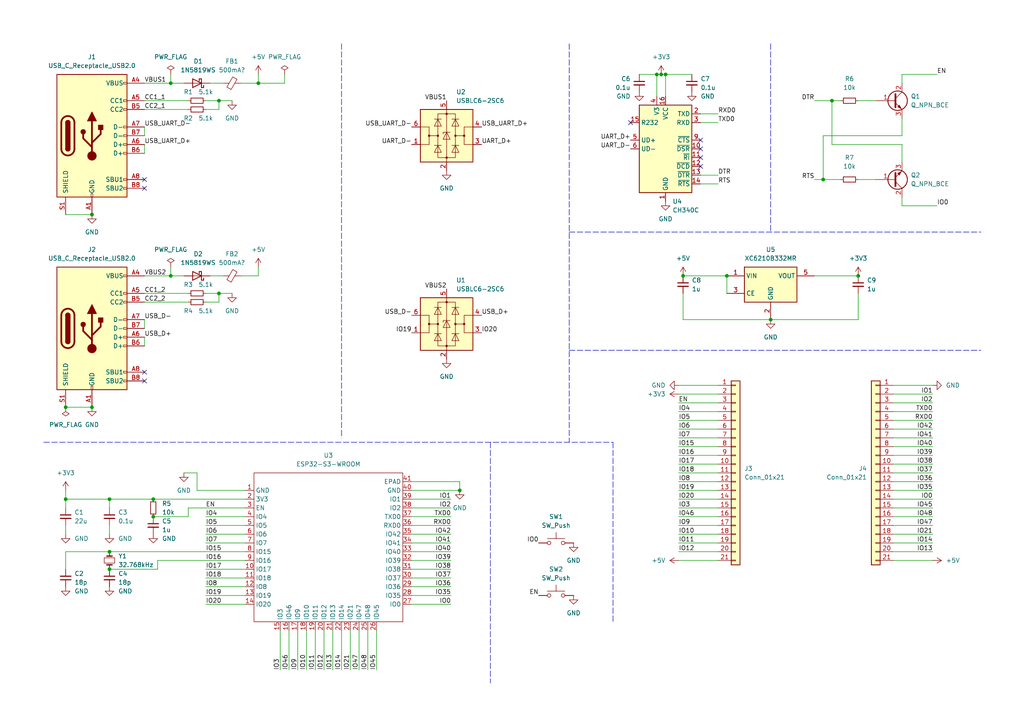
<source format=kicad_sch>
(kicad_sch (version 20231120) (generator "eeschema") (generator_version "8.0")
  (paper "A4")
  (lib_symbols
    (symbol "Connector:USB_C_Receptacle_USB2.0" (pin_names (offset 1.016))
      (property "Reference" "J" (at -10.16 19.05 0))
      (property "Value" "USB_C_Receptacle_USB2.0" (at 19.05 19.05 0))
      (symbol "USB_C_Receptacle_USB2.0_0_0"
        (rectangle (start -0.254 -17.78) (end 0.254 -16.764))
        (rectangle (start 10.16 -14.986) (end 9.144 -15.494))
        (rectangle (start 10.16 -12.446) (end 9.144 -12.954))
        (rectangle (start 10.16 -4.826) (end 9.144 -5.334))
        (rectangle (start 10.16 -2.286) (end 9.144 -2.794))
        (rectangle (start 10.16 0.254) (end 9.144 -0.254))
        (rectangle (start 10.16 2.794) (end 9.144 2.286))
        (rectangle (start 10.16 7.874) (end 9.144 7.366))
        (rectangle (start 10.16 10.414) (end 9.144 9.906))
        (rectangle (start 10.16 15.494) (end 9.144 14.986))
      )
      (symbol "USB_C_Receptacle_USB2.0_0_1"
        (rectangle (start -10.16 17.78) (end 10.16 -17.78) (stroke (width 0.254)) (fill (type background)))
        (arc (start -8.89 -3.81) (mid -6.985 -5.7066) (end -5.08 -3.81) (stroke (width 0.508)))
        (arc (start -7.62 -3.81) (mid -6.985 -4.4422) (end -6.35 -3.81) (stroke (width 0.254)))
        (arc (start -7.62 -3.81) (mid -6.985 -4.4422) (end -6.35 -3.81) (stroke (width 0.254)) (fill (type outline)))
        (rectangle (start -7.62 -3.81) (end -6.35 3.81) (stroke (width 0.254)) (fill (type outline)))
        (arc (start -6.35 3.81) (mid -6.985 4.4422) (end -7.62 3.81) (stroke (width 0.254)))
        (arc (start -6.35 3.81) (mid -6.985 4.4422) (end -7.62 3.81) (stroke (width 0.254)) (fill (type outline)))
        (arc (start -5.08 3.81) (mid -6.985 5.7066) (end -8.89 3.81) (stroke (width 0.508)))
        (circle (center -2.54 1.143) (radius 0.635) (stroke (width 0.254)) (fill (type outline)))
        (circle (center 0 -5.842) (radius 1.27) (fill (type outline)))
        (polyline (pts (xy -8.89 -3.81) (xy -8.89 3.81)) (stroke (width 0.508)))
        (polyline (pts (xy -5.08 3.81) (xy -5.08 -3.81)) (stroke (width 0.508)))
        (polyline (pts (xy 0 -5.842) (xy 0 4.318)) (stroke (width 0.508)))
        (polyline (pts (xy 0 -3.302) (xy -2.54 -0.762) (xy -2.54 0.508)) (stroke (width 0.508)))
        (polyline (pts (xy 0 -2.032) (xy 2.54 0.508) (xy 2.54 1.778)) (stroke (width 0.508)))
        (polyline (pts (xy -1.27 4.318) (xy 0 6.858) (xy 1.27 4.318) (xy -1.27 4.318)) (stroke (width 0.254)) (fill (type outline)))
        (rectangle (start 1.905 1.778) (end 3.175 3.048) (stroke (width 0.254)) (fill (type outline)))
      )
      (symbol "USB_C_Receptacle_USB2.0_1_1"
        (pin passive line (at 0 -22.86 90) (length 5.08) (name "GND") (number "A1"))
        (pin passive line (at 0 -22.86 90) (length 5.08) hide (name "GND") (number "A12"))
        (pin passive line (at 15.24 15.24 180) (length 5.08) (name "VBUS") (number "A4"))
        (pin bidirectional line (at 15.24 10.16 180) (length 5.08) (name "CC1") (number "A5"))
        (pin bidirectional line (at 15.24 -2.54 180) (length 5.08) (name "D+") (number "A6"))
        (pin bidirectional line (at 15.24 2.54 180) (length 5.08) (name "D-") (number "A7"))
        (pin bidirectional line (at 15.24 -12.7 180) (length 5.08) (name "SBU1") (number "A8"))
        (pin passive line (at 15.24 15.24 180) (length 5.08) hide (name "VBUS") (number "A9"))
        (pin passive line (at 0 -22.86 90) (length 5.08) hide (name "GND") (number "B1"))
        (pin passive line (at 0 -22.86 90) (length 5.08) hide (name "GND") (number "B12"))
        (pin passive line (at 15.24 15.24 180) (length 5.08) hide (name "VBUS") (number "B4"))
        (pin bidirectional line (at 15.24 7.62 180) (length 5.08) (name "CC2") (number "B5"))
        (pin bidirectional line (at 15.24 -5.08 180) (length 5.08) (name "D+") (number "B6"))
        (pin bidirectional line (at 15.24 0 180) (length 5.08) (name "D-") (number "B7"))
        (pin bidirectional line (at 15.24 -15.24 180) (length 5.08) (name "SBU2") (number "B8"))
        (pin passive line (at 15.24 15.24 180) (length 5.08) hide (name "VBUS") (number "B9"))
        (pin passive line (at -7.62 -22.86 90) (length 5.08) (name "SHIELD") (number "S1"))
      )
    )
    (symbol "Connector_Generic:Conn_01x21" (pin_names (offset 1.016) hide)
      (property "Reference" "J" (at 0 27.94 0))
      (property "Value" "Conn_01x21" (at 0 -27.94 0))
      (symbol "Conn_01x21_1_1"
        (rectangle (start -1.27 -25.273) (end 0 -25.527) (stroke (width 0.1524)))
        (rectangle (start -1.27 -22.733) (end 0 -22.987) (stroke (width 0.1524)))
        (rectangle (start -1.27 -20.193) (end 0 -20.447) (stroke (width 0.1524)))
        (rectangle (start -1.27 -17.653) (end 0 -17.907) (stroke (width 0.1524)))
        (rectangle (start -1.27 -15.113) (end 0 -15.367) (stroke (width 0.1524)))
        (rectangle (start -1.27 -12.573) (end 0 -12.827) (stroke (width 0.1524)))
        (rectangle (start -1.27 -10.033) (end 0 -10.287) (stroke (width 0.1524)))
        (rectangle (start -1.27 -7.493) (end 0 -7.747) (stroke (width 0.1524)))
        (rectangle (start -1.27 -4.953) (end 0 -5.207) (stroke (width 0.1524)))
        (rectangle (start -1.27 -2.413) (end 0 -2.667) (stroke (width 0.1524)))
        (rectangle (start -1.27 0.127) (end 0 -0.127) (stroke (width 0.1524)))
        (rectangle (start -1.27 2.667) (end 0 2.413) (stroke (width 0.1524)))
        (rectangle (start -1.27 5.207) (end 0 4.953) (stroke (width 0.1524)))
        (rectangle (start -1.27 7.747) (end 0 7.493) (stroke (width 0.1524)))
        (rectangle (start -1.27 10.287) (end 0 10.033) (stroke (width 0.1524)))
        (rectangle (start -1.27 12.827) (end 0 12.573) (stroke (width 0.1524)))
        (rectangle (start -1.27 15.367) (end 0 15.113) (stroke (width 0.1524)))
        (rectangle (start -1.27 17.907) (end 0 17.653) (stroke (width 0.1524)))
        (rectangle (start -1.27 20.447) (end 0 20.193) (stroke (width 0.1524)))
        (rectangle (start -1.27 22.987) (end 0 22.733) (stroke (width 0.1524)))
        (rectangle (start -1.27 25.527) (end 0 25.273) (stroke (width 0.1524)))
        (rectangle (start -1.27 26.67) (end 1.27 -26.67) (stroke (width 0.254)) (fill (type background)))
        (pin passive line (at -5.08 25.4 0) (length 3.81) (name "Pin_1") (number "1"))
        (pin passive line (at -5.08 2.54 0) (length 3.81) (name "Pin_10") (number "10"))
        (pin passive line (at -5.08 0 0) (length 3.81) (name "Pin_11") (number "11"))
        (pin passive line (at -5.08 -2.54 0) (length 3.81) (name "Pin_12") (number "12"))
        (pin passive line (at -5.08 -5.08 0) (length 3.81) (name "Pin_13") (number "13"))
        (pin passive line (at -5.08 -7.62 0) (length 3.81) (name "Pin_14") (number "14"))
        (pin passive line (at -5.08 -10.16 0) (length 3.81) (name "Pin_15") (number "15"))
        (pin passive line (at -5.08 -12.7 0) (length 3.81) (name "Pin_16") (number "16"))
        (pin passive line (at -5.08 -15.24 0) (length 3.81) (name "Pin_17") (number "17"))
        (pin passive line (at -5.08 -17.78 0) (length 3.81) (name "Pin_18") (number "18"))
        (pin passive line (at -5.08 -20.32 0) (length 3.81) (name "Pin_19") (number "19"))
        (pin passive line (at -5.08 22.86 0) (length 3.81) (name "Pin_2") (number "2"))
        (pin passive line (at -5.08 -22.86 0) (length 3.81) (name "Pin_20") (number "20"))
        (pin passive line (at -5.08 -25.4 0) (length 3.81) (name "Pin_21") (number "21"))
        (pin passive line (at -5.08 20.32 0) (length 3.81) (name "Pin_3") (number "3"))
        (pin passive line (at -5.08 17.78 0) (length 3.81) (name "Pin_4") (number "4"))
        (pin passive line (at -5.08 15.24 0) (length 3.81) (name "Pin_5") (number "5"))
        (pin passive line (at -5.08 12.7 0) (length 3.81) (name "Pin_6") (number "6"))
        (pin passive line (at -5.08 10.16 0) (length 3.81) (name "Pin_7") (number "7"))
        (pin passive line (at -5.08 7.62 0) (length 3.81) (name "Pin_8") (number "8"))
        (pin passive line (at -5.08 5.08 0) (length 3.81) (name "Pin_9") (number "9"))
      )
    )
    (symbol "Device:C_Small" (pin_numbers hide) (pin_names (offset 0.254) hide)
      (property "Reference" "C" (at 0.254 1.778 0))
      (property "Value" "C_Small" (at 0.254 -2.032 0))
      (symbol "C_Small_0_1"
        (polyline (pts (xy -1.524 -0.508) (xy 1.524 -0.508)) (stroke (width 0.3302)))
        (polyline (pts (xy -1.524 0.508) (xy 1.524 0.508)) (stroke (width 0.3048)))
      )
      (symbol "C_Small_1_1"
        (pin passive line (at 0 2.54 270) (length 2.032) (name "~") (number "1"))
        (pin passive line (at 0 -2.54 90) (length 2.032) (name "~") (number "2"))
      )
    )
    (symbol "Device:Crystal_Small" (pin_numbers hide) (pin_names (offset 1.016) hide)
      (property "Reference" "Y" (at 0 2.54 0))
      (property "Value" "Crystal_Small" (at 0 -2.54 0))
      (symbol "Crystal_Small_0_1"
        (rectangle (start -0.762 -1.524) (end 0.762 1.524))
        (polyline (pts (xy -1.27 -0.762) (xy -1.27 0.762)) (stroke (width 0.381)))
        (polyline (pts (xy 1.27 -0.762) (xy 1.27 0.762)) (stroke (width 0.381)))
      )
      (symbol "Crystal_Small_1_1"
        (pin passive line (at -2.54 0 0) (length 1.27) (name "1") (number "1"))
        (pin passive line (at 2.54 0 180) (length 1.27) (name "2") (number "2"))
      )
    )
    (symbol "Device:FerriteBead_Small" (pin_numbers hide) (pin_names (offset 0))
      (property "Reference" "FB" (at 1.905 1.27 0))
      (property "Value" "FerriteBead_Small" (at 1.905 -1.27 0))
      (symbol "FerriteBead_Small_0_1"
        (polyline (pts (xy 0 -1.27) (xy 0 -0.7874)))
        (polyline (pts (xy 0 0.889) (xy 0 1.2954)))
        (polyline (pts (xy -1.8288 0.2794) (xy -1.1176 1.4986) (xy 1.8288 -0.2032) (xy 1.1176 -1.4224) (xy -1.8288 0.2794)))
      )
      (symbol "FerriteBead_Small_1_1"
        (pin passive line (at 0 2.54 270) (length 1.27) (name "~") (number "1"))
        (pin passive line (at 0 -2.54 90) (length 1.27) (name "~") (number "2"))
      )
    )
    (symbol "Device:Q_NPN_BCE" (pin_names (offset 0) hide)
      (property "Reference" "Q" (at 5.08 1.27 0))
      (property "Value" "Q_NPN_BCE" (at 5.08 -1.27 0))
      (symbol "Q_NPN_BCE_0_1"
        (polyline (pts (xy 0.635 0.635) (xy 2.54 2.54)))
        (polyline (pts (xy 0.635 -0.635) (xy 2.54 -2.54) (xy 2.54 -2.54)))
        (polyline (pts (xy 0.635 1.905) (xy 0.635 -1.905) (xy 0.635 -1.905)) (stroke (width 0.508)))
        (polyline (pts (xy 1.27 -1.778) (xy 1.778 -1.27) (xy 2.286 -2.286) (xy 1.27 -1.778) (xy 1.27 -1.778)) (fill (type outline)))
        (circle (center 1.27 0) (radius 2.8194) (stroke (width 0.254)))
      )
      (symbol "Q_NPN_BCE_1_1"
        (pin input line (at -5.08 0 0) (length 5.715) (name "B") (number "1"))
        (pin passive line (at 2.54 5.08 270) (length 2.54) (name "C") (number "2"))
        (pin passive line (at 2.54 -5.08 90) (length 2.54) (name "E") (number "3"))
      )
    )
    (symbol "Device:R_Small" (pin_numbers hide) (pin_names (offset 0.254) hide)
      (property "Reference" "R" (at 0.762 0.508 0))
      (property "Value" "R_Small" (at 0.762 -1.016 0))
      (symbol "R_Small_0_1"
        (rectangle (start -0.762 1.778) (end 0.762 -1.778) (stroke (width 0.2032)))
      )
      (symbol "R_Small_1_1"
        (pin passive line (at 0 2.54 270) (length 0.762) (name "~") (number "1"))
        (pin passive line (at 0 -2.54 90) (length 0.762) (name "~") (number "2"))
      )
    )
    (symbol "Diode:1N5819WS" (pin_numbers hide) (pin_names (offset 1.016) hide)
      (property "Reference" "D" (at 0 2.54 0))
      (property "Value" "1N5819WS" (at 0 -2.54 0))
      (symbol "1N5819WS_0_1"
        (polyline (pts (xy 1.27 0) (xy -1.27 0)))
        (polyline (pts (xy 1.27 1.27) (xy 1.27 -1.27) (xy -1.27 0) (xy 1.27 1.27)) (stroke (width 0.254)))
        (polyline (pts (xy -1.905 0.635) (xy -1.905 1.27) (xy -1.27 1.27) (xy -1.27 -1.27) (xy -0.635 -1.27) (xy -0.635 -0.635)) (stroke (width 0.254)))
      )
      (symbol "1N5819WS_1_1"
        (pin passive line (at -3.81 0 0) (length 2.54) (name "K") (number "1"))
        (pin passive line (at 3.81 0 180) (length 2.54) (name "A") (number "2"))
      )
    )
    (symbol "ESP32-S3-Breakout:ESP32-S3-WROOM"
      (property "Reference" "U" (at 0 1.27 0))
      (property "Value" "ESP32-S3-WROOM" (at 0 -1.27 0))
      (symbol "ESP32-S3-WROOM_0_0"
        (pin power_in line (at -24.13 16.51 0) (length 2.54) (name "GND") (number "1"))
        (pin bidirectional line (at -24.13 -6.35 0) (length 2.54) (name "IO17") (number "10"))
        (pin bidirectional line (at -24.13 -8.89 0) (length 2.54) (name "IO18") (number "11"))
        (pin bidirectional line (at -24.13 -11.43 0) (length 2.54) (name "IO8") (number "12"))
        (pin bidirectional line (at -24.13 -13.97 0) (length 2.54) (name "IO19") (number "13"))
        (pin bidirectional line (at -24.13 -16.51 0) (length 2.54) (name "IO20") (number "14"))
        (pin bidirectional line (at -13.97 -24.13 90) (length 2.54) (name "IO3") (number "15"))
        (pin bidirectional line (at -11.43 -24.13 90) (length 2.54) (name "IO46") (number "16"))
        (pin bidirectional line (at -8.89 -24.13 90) (length 2.54) (name "IO9") (number "17"))
        (pin bidirectional line (at -6.35 -24.13 90) (length 2.54) (name "IO10") (number "18"))
        (pin bidirectional line (at -3.81 -24.13 90) (length 2.54) (name "IO11") (number "19"))
        (pin power_in line (at -24.13 13.97 0) (length 2.54) (name "3V3") (number "2"))
        (pin bidirectional line (at -1.27 -24.13 90) (length 2.54) (name "IO12") (number "20"))
        (pin bidirectional line (at 1.27 -24.13 90) (length 2.54) (name "IO13") (number "21"))
        (pin bidirectional line (at 3.81 -24.13 90) (length 2.54) (name "IO14") (number "22"))
        (pin bidirectional line (at 6.35 -24.13 90) (length 2.54) (name "IO21") (number "23"))
        (pin bidirectional line (at 8.89 -24.13 90) (length 2.54) (name "IO47") (number "24"))
        (pin bidirectional line (at 11.43 -24.13 90) (length 2.54) (name "IO48") (number "25"))
        (pin bidirectional line (at 13.97 -24.13 90) (length 2.54) (name "IO45") (number "26"))
        (pin bidirectional line (at 24.13 -16.51 180) (length 2.54) (name "IO0") (number "27"))
        (pin bidirectional line (at 24.13 -13.97 180) (length 2.54) (name "IO35") (number "28"))
        (pin bidirectional line (at 24.13 -11.43 180) (length 2.54) (name "IO36") (number "29"))
        (pin input line (at -24.13 11.43 0) (length 2.54) (name "EN") (number "3"))
        (pin bidirectional line (at 24.13 -8.89 180) (length 2.54) (name "IO37") (number "30"))
        (pin bidirectional line (at 24.13 -6.35 180) (length 2.54) (name "IO38") (number "31"))
        (pin bidirectional line (at 24.13 -3.81 180) (length 2.54) (name "IO39") (number "32"))
        (pin bidirectional line (at 24.13 -1.27 180) (length 2.54) (name "IO40") (number "33"))
        (pin bidirectional line (at 24.13 1.27 180) (length 2.54) (name "IO41") (number "34"))
        (pin bidirectional line (at 24.13 3.81 180) (length 2.54) (name "IO42") (number "35"))
        (pin bidirectional line (at 24.13 6.35 180) (length 2.54) (name "RXD0") (number "36"))
        (pin bidirectional line (at 24.13 8.89 180) (length 2.54) (name "TXD0") (number "37"))
        (pin bidirectional line (at 24.13 11.43 180) (length 2.54) (name "IO2") (number "38"))
        (pin bidirectional line (at 24.13 13.97 180) (length 2.54) (name "IO1") (number "39"))
        (pin bidirectional line (at -24.13 8.89 0) (length 2.54) (name "IO4") (number "4"))
        (pin power_in line (at 24.13 16.51 180) (length 2.54) (name "GND") (number "40"))
        (pin power_in line (at 24.13 19.05 180) (length 2.54) (name "EPAD") (number "41"))
        (pin bidirectional line (at -24.13 6.35 0) (length 2.54) (name "IO5") (number "5"))
        (pin bidirectional line (at -24.13 3.81 0) (length 2.54) (name "IO6") (number "6"))
        (pin bidirectional line (at -24.13 1.27 0) (length 2.54) (name "IO7") (number "7"))
        (pin bidirectional line (at -24.13 -1.27 0) (length 2.54) (name "IO15") (number "8"))
        (pin bidirectional line (at -24.13 -3.81 0) (length 2.54) (name "IO16") (number "9"))
      )
      (symbol "ESP32-S3-WROOM_0_1"
        (rectangle (start -21.59 21.59) (end 21.59 -21.59))
      )
    )
    (symbol "Interface_USB:CH340C"
      (property "Reference" "U" (at -5.08 13.97 0))
      (property "Value" "CH340C" (at 1.27 13.97 0))
      (symbol "CH340C_0_1"
        (rectangle (start -7.62 12.7) (end 7.62 -12.7) (stroke (width 0.254)) (fill (type background)))
      )
      (symbol "CH340C_1_1"
        (pin power_in line (at 0 -15.24 90) (length 2.54) (name "GND") (number "1"))
        (pin input line (at 10.16 0 180) (length 2.54) (name "~{DSR}") (number "10"))
        (pin input line (at 10.16 -2.54 180) (length 2.54) (name "~{RI}") (number "11"))
        (pin input line (at 10.16 -5.08 180) (length 2.54) (name "~{DCD}") (number "12"))
        (pin output line (at 10.16 -7.62 180) (length 2.54) (name "~{DTR}") (number "13"))
        (pin output line (at 10.16 -10.16 180) (length 2.54) (name "~{RTS}") (number "14"))
        (pin input line (at -10.16 7.62 0) (length 2.54) (name "R232") (number "15"))
        (pin power_in line (at 0 15.24 270) (length 2.54) (name "VCC") (number "16"))
        (pin output line (at 10.16 10.16 180) (length 2.54) (name "TXD") (number "2"))
        (pin input line (at 10.16 7.62 180) (length 2.54) (name "RXD") (number "3"))
        (pin passive line (at -2.54 15.24 270) (length 2.54) (name "V3") (number "4"))
        (pin bidirectional line (at -10.16 2.54 0) (length 2.54) (name "UD+") (number "5"))
        (pin bidirectional line (at -10.16 0 0) (length 2.54) (name "UD-") (number "6"))
        (pin no_connect line (at -7.62 -7.62 0) (length 2.54) hide (name "NC") (number "7"))
        (pin no_connect line (at -7.62 -10.16 0) (length 2.54) hide (name "NC") (number "8"))
        (pin input line (at 10.16 2.54 180) (length 2.54) (name "~{CTS}") (number "9"))
      )
    )
    (symbol "Power_Protection:USBLC6-2SC6" (pin_names hide)
      (property "Reference" "U" (at 2.54 8.89 0))
      (property "Value" "USBLC6-2SC6" (at 2.54 -8.89 0))
      (symbol "USBLC6-2SC6_0_1"
        (rectangle (start -7.62 -7.62) (end 7.62 7.62) (stroke (width 0.254)) (fill (type background)))
        (circle (center -5.08 0) (radius 0.254) (fill (type outline)))
        (circle (center -2.54 0) (radius 0.254) (fill (type outline)))
        (rectangle (start -2.54 6.35) (end 2.54 -6.35))
        (circle (center 0 -6.35) (radius 0.254) (fill (type outline)))
        (polyline (pts (xy -5.08 -2.54) (xy -7.62 -2.54)))
        (polyline (pts (xy -5.08 0) (xy -5.08 -2.54)))
        (polyline (pts (xy -5.08 2.54) (xy -7.62 2.54)))
        (polyline (pts (xy -1.524 -2.794) (xy -3.556 -2.794)))
        (polyline (pts (xy -1.524 4.826) (xy -3.556 4.826)))
        (polyline (pts (xy 0 -7.62) (xy 0 -6.35)))
        (polyline (pts (xy 0 -6.35) (xy 0 1.27)))
        (polyline (pts (xy 0 1.27) (xy 0 6.35)))
        (polyline (pts (xy 0 6.35) (xy 0 7.62)))
        (polyline (pts (xy 1.524 -2.794) (xy 3.556 -2.794)))
        (polyline (pts (xy 1.524 4.826) (xy 3.556 4.826)))
        (polyline (pts (xy 5.08 -2.54) (xy 7.62 -2.54)))
        (polyline (pts (xy 5.08 0) (xy 5.08 -2.54)))
        (polyline (pts (xy 5.08 2.54) (xy 7.62 2.54)))
        (polyline (pts (xy -2.54 0) (xy -5.08 0) (xy -5.08 2.54)))
        (polyline (pts (xy 2.54 0) (xy 5.08 0) (xy 5.08 2.54)))
        (polyline (pts (xy -3.556 -4.826) (xy -1.524 -4.826) (xy -2.54 -2.794) (xy -3.556 -4.826)))
        (polyline (pts (xy -3.556 2.794) (xy -1.524 2.794) (xy -2.54 4.826) (xy -3.556 2.794)))
        (polyline (pts (xy -1.016 -1.016) (xy 1.016 -1.016) (xy 0 1.016) (xy -1.016 -1.016)))
        (polyline (pts (xy 1.016 1.016) (xy 0.762 1.016) (xy -1.016 1.016) (xy -1.016 0.508)))
        (polyline (pts (xy 3.556 -4.826) (xy 1.524 -4.826) (xy 2.54 -2.794) (xy 3.556 -4.826)))
        (polyline (pts (xy 3.556 2.794) (xy 1.524 2.794) (xy 2.54 4.826) (xy 3.556 2.794)))
        (circle (center 0 6.35) (radius 0.254) (fill (type outline)))
        (circle (center 2.54 0) (radius 0.254) (fill (type outline)))
        (circle (center 5.08 0) (radius 0.254) (fill (type outline)))
      )
      (symbol "USBLC6-2SC6_1_1"
        (pin passive line (at -10.16 -2.54 0) (length 2.54) (name "I/O1") (number "1"))
        (pin passive line (at 0 -10.16 90) (length 2.54) (name "GND") (number "2"))
        (pin passive line (at 10.16 -2.54 180) (length 2.54) (name "I/O2") (number "3"))
        (pin passive line (at 10.16 2.54 180) (length 2.54) (name "I/O2") (number "4"))
        (pin passive line (at 0 10.16 270) (length 2.54) (name "VBUS") (number "5"))
        (pin passive line (at -10.16 2.54 0) (length 2.54) (name "I/O1") (number "6"))
      )
    )
    (symbol "Regulator_Linear:XC6210B332MR"
      (property "Reference" "U" (at 0 8.89 0))
      (property "Value" "XC6210B332MR" (at 0 6.35 0))
      (symbol "XC6210B332MR_0_1"
        (rectangle (start -7.62 5.08) (end 7.62 -5.08) (stroke (width 0.254)) (fill (type background)))
      )
      (symbol "XC6210B332MR_1_1"
        (pin power_in line (at -12.7 2.54 0) (length 5.08) (name "VIN") (number "1"))
        (pin power_in line (at 0 -10.16 90) (length 5.08) (name "GND") (number "2"))
        (pin input line (at -12.7 -2.54 0) (length 5.08) (name "CE") (number "3"))
        (pin no_connect line (at 12.7 -2.54 180) (length 5.08) hide (name "NC") (number "4"))
        (pin power_out line (at 12.7 2.54 180) (length 5.08) (name "VOUT") (number "5"))
      )
    )
    (symbol "Switch:SW_Push" (pin_numbers hide) (pin_names (offset 1.016) hide)
      (property "Reference" "SW" (at 1.27 2.54 0))
      (property "Value" "SW_Push" (at 0 -1.524 0))
      (symbol "SW_Push_0_1"
        (circle (center -2.032 0) (radius 0.508))
        (polyline (pts (xy 0 1.27) (xy 0 3.048)))
        (polyline (pts (xy 2.54 1.27) (xy -2.54 1.27)))
        (circle (center 2.032 0) (radius 0.508))
        (pin passive line (at -5.08 0 0) (length 2.54) (name "1") (number "1"))
        (pin passive line (at 5.08 0 180) (length 2.54) (name "2") (number "2"))
      )
    )
    (symbol "power:+3V3" (power) (pin_names (offset 0))
      (property "Value" "+3V3" (at 0 3.556 0))
      (symbol "+3V3_0_1"
        (polyline (pts (xy -0.762 1.27) (xy 0 2.54)))
        (polyline (pts (xy 0 0) (xy 0 2.54)))
        (polyline (pts (xy 0 2.54) (xy 0.762 1.27)))
      )
      (symbol "+3V3_1_1"
        (pin power_in line (at 0 0 90) (length 0) hide (name "+3V3") (number "1"))
      )
    )
    (symbol "power:+5V" (power) (pin_names (offset 0))
      (property "Value" "+5V" (at 0 3.556 0))
      (symbol "+5V_0_1"
        (polyline (pts (xy -0.762 1.27) (xy 0 2.54)))
        (polyline (pts (xy 0 0) (xy 0 2.54)))
        (polyline (pts (xy 0 2.54) (xy 0.762 1.27)))
      )
      (symbol "+5V_1_1"
        (pin power_in line (at 0 0 90) (length 0) hide (name "+5V") (number "1"))
      )
    )
    (symbol "power:GND" (power) (pin_names (offset 0))
      (property "Value" "GND" (at 0 -3.81 0))
      (symbol "GND_0_1"
        (polyline (pts (xy 0 0) (xy 0 -1.27) (xy 1.27 -1.27) (xy 0 -2.54) (xy -1.27 -1.27) (xy 0 -1.27)))
      )
      (symbol "GND_1_1"
        (pin power_in line (at 0 0 270) (length 0) hide (name "GND") (number "1"))
      )
    )
    (symbol "power:PWR_FLAG" (power) (pin_numbers hide) (pin_names (offset 0) hide)
      (property "Value" "PWR_FLAG" (at 0 3.81 0))
      (symbol "PWR_FLAG_0_0"
        (pin power_out line (at 0 0 90) (length 0) (name "pwr") (number "1"))
      )
      (symbol "PWR_FLAG_0_1"
        (polyline (pts (xy 0 0) (xy 0 1.27) (xy -1.016 1.905) (xy 0 2.54) (xy 1.016 1.905) (xy 0 1.27)))
      )
    )
  )
  (junction (at 210.82 80.01))
  (junction (at 198.12 80.01))
  (junction (at 74.93 24.13))
  (junction (at 26.67 118.11))
  (junction (at 31.75 144.78))
  (junction (at 190.5 21.59))
  (junction (at 19.05 118.11))
  (junction (at 63.5 85.09))
  (junction (at 44.45 149.86))
  (junction (at 238.76 52.07))
  (junction (at 191.77 21.59))
  (junction (at 49.53 24.13))
  (junction (at 19.05 144.78))
  (junction (at 248.92 80.01))
  (junction (at 31.75 165.1))
  (junction (at 26.67 62.23))
  (junction (at 44.45 144.78))
  (junction (at 31.75 160.02))
  (junction (at 63.5 29.21))
  (junction (at 241.3 29.21))
  (junction (at 223.52 92.71))
  (junction (at 49.53 80.01))
  (junction (at 193.04 21.59))
  (junction (at 133.35 142.24))
  (no_connect (at 203.2 48.26))
  (no_connect (at 182.88 35.56))
  (no_connect (at 41.91 107.95))
  (no_connect (at 41.91 52.07))
  (no_connect (at 203.2 40.64))
  (no_connect (at 41.91 54.61))
  (no_connect (at 203.2 43.18))
  (no_connect (at 41.91 110.49))
  (no_connect (at 203.2 45.72))
  (wire (pts (xy 196.85 119.38) (xy 208.28 119.38)))
  (wire (pts (xy 130.81 152.4) (xy 119.38 152.4)))
  (polyline (pts (xy 165.1 67.31) (xy 284.48 67.31)) (stroke (width 0) (type dash)))
  (wire (pts (xy 93.98 194.31) (xy 93.98 182.88)))
  (wire (pts (xy 190.5 27.94) (xy 190.5 21.59)))
  (wire (pts (xy 270.51 160.02) (xy 259.08 160.02)))
  (wire (pts (xy 270.51 116.84) (xy 259.08 116.84)))
  (wire (pts (xy 59.69 149.86) (xy 71.12 149.86)))
  (wire (pts (xy 270.51 124.46) (xy 259.08 124.46)))
  (wire (pts (xy 196.85 134.62) (xy 208.28 134.62)))
  (wire (pts (xy 270.51 147.32) (xy 259.08 147.32)))
  (wire (pts (xy 270.51 152.4) (xy 259.08 152.4)))
  (wire (pts (xy 270.51 114.3) (xy 259.08 114.3)))
  (wire (pts (xy 59.69 152.4) (xy 71.12 152.4)))
  (wire (pts (xy 83.82 194.31) (xy 83.82 182.88)))
  (wire (pts (xy 196.85 139.7) (xy 208.28 139.7)))
  (wire (pts (xy 208.28 35.56) (xy 203.2 35.56)))
  (wire (pts (xy 41.91 41.91) (xy 41.91 44.45)))
  (wire (pts (xy 261.62 59.69) (xy 271.78 59.69)))
  (wire (pts (xy 59.69 87.63) (xy 63.5 87.63)))
  (wire (pts (xy 270.51 134.62) (xy 259.08 134.62)))
  (wire (pts (xy 19.05 147.32) (xy 19.05 144.78)))
  (wire (pts (xy 198.12 80.01) (xy 210.82 80.01)))
  (wire (pts (xy 49.53 24.13) (xy 53.34 24.13)))
  (wire (pts (xy 190.5 21.59) (xy 185.42 21.59)))
  (wire (pts (xy 241.3 41.91) (xy 241.3 29.21)))
  (wire (pts (xy 270.51 129.54) (xy 259.08 129.54)))
  (wire (pts (xy 31.75 160.02) (xy 19.05 160.02)))
  (wire (pts (xy 210.82 80.01) (xy 210.82 85.09)))
  (wire (pts (xy 41.91 24.13) (xy 49.53 24.13)))
  (polyline (pts (xy 142.24 128.27) (xy 142.24 198.12)) (stroke (width 0) (type dash)))
  (wire (pts (xy 196.85 147.32) (xy 208.28 147.32)))
  (wire (pts (xy 31.75 147.32) (xy 31.75 144.78)))
  (wire (pts (xy 57.15 137.16) (xy 57.15 142.24)))
  (wire (pts (xy 270.51 157.48) (xy 259.08 157.48)))
  (wire (pts (xy 130.81 170.18) (xy 119.38 170.18)))
  (wire (pts (xy 53.34 137.16) (xy 57.15 137.16)))
  (wire (pts (xy 261.62 21.59) (xy 271.78 21.59)))
  (wire (pts (xy 130.81 147.32) (xy 119.38 147.32)))
  (wire (pts (xy 82.55 21.59) (xy 82.55 24.13)))
  (wire (pts (xy 236.22 52.07) (xy 238.76 52.07)))
  (wire (pts (xy 270.51 119.38) (xy 259.08 119.38)))
  (polyline (pts (xy 223.52 12.7) (xy 223.52 67.31)) (stroke (width 0) (type dash)))
  (wire (pts (xy 19.05 142.24) (xy 19.05 144.78)))
  (wire (pts (xy 208.28 53.34) (xy 203.2 53.34)))
  (wire (pts (xy 196.85 154.94) (xy 208.28 154.94)))
  (wire (pts (xy 119.38 139.7) (xy 133.35 139.7)))
  (wire (pts (xy 270.51 149.86) (xy 259.08 149.86)))
  (wire (pts (xy 59.69 165.1) (xy 71.12 165.1)))
  (wire (pts (xy 270.51 139.7) (xy 259.08 139.7)))
  (wire (pts (xy 196.85 127) (xy 208.28 127)))
  (wire (pts (xy 198.12 85.09) (xy 198.12 92.71)))
  (wire (pts (xy 86.36 194.31) (xy 86.36 182.88)))
  (wire (pts (xy 261.62 41.91) (xy 241.3 41.91)))
  (wire (pts (xy 19.05 118.11) (xy 26.67 118.11)))
  (wire (pts (xy 248.92 92.71) (xy 223.52 92.71)))
  (polyline (pts (xy 12.7 128.27) (xy 177.8 128.27)) (stroke (width 0) (type dash)))
  (wire (pts (xy 130.81 165.1) (xy 119.38 165.1)))
  (wire (pts (xy 41.91 87.63) (xy 54.61 87.63)))
  (wire (pts (xy 45.72 165.1) (xy 45.72 162.56)))
  (wire (pts (xy 60.96 80.01) (xy 64.77 80.01)))
  (wire (pts (xy 196.85 157.48) (xy 208.28 157.48)))
  (wire (pts (xy 261.62 24.13) (xy 261.62 21.59)))
  (wire (pts (xy 41.91 92.71) (xy 41.91 95.25)))
  (wire (pts (xy 261.62 57.15) (xy 261.62 59.69)))
  (wire (pts (xy 130.81 154.94) (xy 119.38 154.94)))
  (wire (pts (xy 104.14 194.31) (xy 104.14 182.88)))
  (wire (pts (xy 19.05 144.78) (xy 31.75 144.78)))
  (wire (pts (xy 41.91 36.83) (xy 41.91 39.37)))
  (wire (pts (xy 208.28 33.02) (xy 203.2 33.02)))
  (wire (pts (xy 41.91 80.01) (xy 49.53 80.01)))
  (wire (pts (xy 31.75 160.02) (xy 71.12 160.02)))
  (wire (pts (xy 248.92 52.07) (xy 254 52.07)))
  (wire (pts (xy 241.3 29.21) (xy 243.84 29.21)))
  (wire (pts (xy 49.53 21.59) (xy 49.53 24.13)))
  (wire (pts (xy 196.85 137.16) (xy 208.28 137.16)))
  (wire (pts (xy 41.91 31.75) (xy 54.61 31.75)))
  (wire (pts (xy 193.04 21.59) (xy 200.66 21.59)))
  (wire (pts (xy 74.93 24.13) (xy 82.55 24.13)))
  (polyline (pts (xy 165.1 12.7) (xy 165.1 128.27)) (stroke (width 0) (type dash)))
  (wire (pts (xy 196.85 124.46) (xy 208.28 124.46)))
  (wire (pts (xy 191.77 21.59) (xy 193.04 21.59)))
  (wire (pts (xy 88.9 194.31) (xy 88.9 182.88)))
  (wire (pts (xy 270.51 142.24) (xy 259.08 142.24)))
  (polyline (pts (xy 165.1 101.6) (xy 284.48 101.6)) (stroke (width 0) (type dash)))
  (wire (pts (xy 71.12 144.78) (xy 44.45 144.78)))
  (wire (pts (xy 59.69 29.21) (xy 63.5 29.21)))
  (wire (pts (xy 190.5 21.59) (xy 191.77 21.59)))
  (wire (pts (xy 60.96 24.13) (xy 64.77 24.13)))
  (wire (pts (xy 130.81 157.48) (xy 119.38 157.48)))
  (wire (pts (xy 208.28 111.76) (xy 196.85 111.76)))
  (wire (pts (xy 130.81 160.02) (xy 119.38 160.02)))
  (wire (pts (xy 59.69 157.48) (xy 71.12 157.48)))
  (wire (pts (xy 49.53 77.47) (xy 49.53 80.01)))
  (wire (pts (xy 261.62 39.37) (xy 238.76 39.37)))
  (wire (pts (xy 96.52 194.31) (xy 96.52 182.88)))
  (wire (pts (xy 130.81 172.72) (xy 119.38 172.72)))
  (wire (pts (xy 133.35 142.24) (xy 133.35 139.7)))
  (polyline (pts (xy 177.8 128.27) (xy 177.8 180.34)) (stroke (width 0) (type dash)))
  (wire (pts (xy 19.05 152.4) (xy 19.05 154.94)))
  (wire (pts (xy 196.85 162.56) (xy 208.28 162.56)))
  (wire (pts (xy 270.51 162.56) (xy 259.08 162.56)))
  (wire (pts (xy 193.04 27.94) (xy 193.04 21.59)))
  (wire (pts (xy 196.85 152.4) (xy 208.28 152.4)))
  (wire (pts (xy 130.81 167.64) (xy 119.38 167.64)))
  (wire (pts (xy 63.5 85.09) (xy 67.31 85.09)))
  (wire (pts (xy 248.92 85.09) (xy 248.92 92.71)))
  (wire (pts (xy 59.69 167.64) (xy 71.12 167.64)))
  (wire (pts (xy 49.53 80.01) (xy 53.34 80.01)))
  (wire (pts (xy 261.62 46.99) (xy 261.62 41.91)))
  (wire (pts (xy 71.12 142.24) (xy 57.15 142.24)))
  (wire (pts (xy 31.75 152.4) (xy 31.75 154.94)))
  (wire (pts (xy 238.76 52.07) (xy 243.84 52.07)))
  (wire (pts (xy 236.22 29.21) (xy 241.3 29.21)))
  (wire (pts (xy 196.85 121.92) (xy 208.28 121.92)))
  (wire (pts (xy 106.68 194.31) (xy 106.68 182.88)))
  (wire (pts (xy 130.81 162.56) (xy 119.38 162.56)))
  (wire (pts (xy 45.72 162.56) (xy 71.12 162.56)))
  (wire (pts (xy 270.51 127) (xy 259.08 127)))
  (wire (pts (xy 196.85 149.86) (xy 208.28 149.86)))
  (wire (pts (xy 270.51 154.94) (xy 259.08 154.94)))
  (polyline (pts (xy 99.06 12.7) (xy 99.06 127)) (stroke (width 0) (type dash)))
  (wire (pts (xy 198.12 92.71) (xy 223.52 92.71)))
  (wire (pts (xy 196.85 132.08) (xy 208.28 132.08)))
  (wire (pts (xy 236.22 80.01) (xy 248.92 80.01)))
  (wire (pts (xy 270.51 144.78) (xy 259.08 144.78)))
  (wire (pts (xy 208.28 114.3) (xy 196.85 114.3)))
  (wire (pts (xy 54.61 147.32) (xy 54.61 149.86)))
  (wire (pts (xy 248.92 29.21) (xy 254 29.21)))
  (wire (pts (xy 270.51 121.92) (xy 259.08 121.92)))
  (wire (pts (xy 196.85 116.84) (xy 208.28 116.84)))
  (wire (pts (xy 69.85 24.13) (xy 74.93 24.13)))
  (wire (pts (xy 261.62 34.29) (xy 261.62 39.37)))
  (wire (pts (xy 238.76 39.37) (xy 238.76 52.07)))
  (wire (pts (xy 44.45 144.78) (xy 31.75 144.78)))
  (wire (pts (xy 63.5 29.21) (xy 67.31 29.21)))
  (wire (pts (xy 99.06 194.31) (xy 99.06 182.88)))
  (wire (pts (xy 119.38 142.24) (xy 133.35 142.24)))
  (wire (pts (xy 59.69 31.75) (xy 63.5 31.75)))
  (wire (pts (xy 54.61 149.86) (xy 44.45 149.86)))
  (wire (pts (xy 19.05 160.02) (xy 19.05 165.1)))
  (wire (pts (xy 81.28 194.31) (xy 81.28 182.88)))
  (wire (pts (xy 59.69 154.94) (xy 71.12 154.94)))
  (wire (pts (xy 63.5 85.09) (xy 63.5 87.63)))
  (wire (pts (xy 74.93 80.01) (xy 69.85 80.01)))
  (wire (pts (xy 19.05 62.23) (xy 26.67 62.23)))
  (wire (pts (xy 45.72 165.1) (xy 31.75 165.1)))
  (wire (pts (xy 63.5 29.21) (xy 63.5 31.75)))
  (wire (pts (xy 101.6 194.31) (xy 101.6 182.88)))
  (wire (pts (xy 130.81 149.86) (xy 119.38 149.86)))
  (wire (pts (xy 59.69 170.18) (xy 71.12 170.18)))
  (wire (pts (xy 196.85 160.02) (xy 208.28 160.02)))
  (wire (pts (xy 71.12 147.32) (xy 54.61 147.32)))
  (wire (pts (xy 41.91 85.09) (xy 54.61 85.09)))
  (wire (pts (xy 270.51 137.16) (xy 259.08 137.16)))
  (wire (pts (xy 130.81 175.26) (xy 119.38 175.26)))
  (wire (pts (xy 196.85 129.54) (xy 208.28 129.54)))
  (wire (pts (xy 91.44 194.31) (xy 91.44 182.88)))
  (wire (pts (xy 41.91 97.79) (xy 41.91 100.33)))
  (wire (pts (xy 74.93 77.47) (xy 74.93 80.01)))
  (wire (pts (xy 208.28 50.8) (xy 203.2 50.8)))
  (wire (pts (xy 59.69 172.72) (xy 71.12 172.72)))
  (wire (pts (xy 109.22 194.31) (xy 109.22 182.88)))
  (wire (pts (xy 196.85 142.24) (xy 208.28 142.24)))
  (wire (pts (xy 59.69 85.09) (xy 63.5 85.09)))
  (wire (pts (xy 270.51 132.08) (xy 259.08 132.08)))
  (wire (pts (xy 130.81 144.78) (xy 119.38 144.78)))
  (wire (pts (xy 196.85 144.78) (xy 208.28 144.78)))
  (wire (pts (xy 270.51 111.76) (xy 259.08 111.76)))
  (wire (pts (xy 74.93 24.13) (xy 74.93 21.59)))
  (wire (pts (xy 59.69 175.26) (xy 71.12 175.26)))
  (wire (pts (xy 41.91 29.21) (xy 54.61 29.21)))
  (label "UART_D-" (at 182.88 43.18 180))
  (label "IO39" (at 130.81 162.56 180))
  (label "RXD0" (at 130.81 152.4 180))
  (label "IO40" (at 270.51 129.54 180))
  (label "IO0" (at 270.51 144.78 180))
  (label "IO41" (at 270.51 127 180))
  (label "IO17" (at 196.85 134.62 0))
  (label "IO1" (at 270.51 114.3 180))
  (label "IO0" (at 130.81 175.26 180))
  (label "RTS" (at 236.22 52.07 180))
  (label "USB_D+" (at 139.7 91.44 0))
  (label "IO35" (at 270.51 142.24 180))
  (label "CC2_1" (at 41.91 31.75 0))
  (label "CC1_2" (at 41.91 85.09 0))
  (label "EN" (at 59.69 147.32 0))
  (label "IO37" (at 270.51 137.16 180))
  (label "IO11" (at 91.44 194.31 90))
  (label "VBUS2" (at 41.91 80.01 0))
  (label "IO14" (at 270.51 157.48 180))
  (label "USB_UART_D+" (at 41.91 41.91 0))
  (label "IO7" (at 59.69 157.48 0))
  (label "IO18" (at 59.69 167.64 0))
  (label "IO7" (at 196.85 127 0))
  (label "IO6" (at 59.69 154.94 0))
  (label "IO38" (at 270.51 134.62 180))
  (label "IO36" (at 270.51 139.7 180))
  (label "IO42" (at 270.51 124.46 180))
  (label "IO19" (at 119.38 96.52 180))
  (label "IO18" (at 196.85 137.16 0))
  (label "IO4" (at 196.85 119.38 0))
  (label "IO48" (at 106.68 194.31 90))
  (label "DTR" (at 208.28 50.8 0))
  (label "UART_D+" (at 139.7 41.91 0))
  (label "IO0" (at 156.21 157.48 180))
  (label "USB_UART_D-" (at 119.38 36.83 180))
  (label "IO12" (at 196.85 160.02 0))
  (label "IO15" (at 59.69 160.02 0))
  (label "IO20" (at 196.85 144.78 0))
  (label "IO45" (at 270.51 147.32 180))
  (label "IO36" (at 130.81 170.18 180))
  (label "IO13" (at 96.52 194.31 90))
  (label "VBUS1" (at 129.54 29.21 180))
  (label "IO3" (at 81.28 194.31 90))
  (label "IO8" (at 59.69 170.18 0))
  (label "TXD0" (at 208.28 35.56 0))
  (label "UART_D+" (at 182.88 40.64 180))
  (label "VBUS1" (at 41.91 24.13 0))
  (label "IO15" (at 196.85 129.54 0))
  (label "DTR" (at 236.22 29.21 180))
  (label "IO39" (at 270.51 132.08 180))
  (label "IO38" (at 130.81 165.1 180))
  (label "IO35" (at 130.81 172.72 180))
  (label "IO9" (at 196.85 152.4 0))
  (label "IO4" (at 59.69 149.86 0))
  (label "IO46" (at 83.82 194.31 90))
  (label "IO16" (at 59.69 162.56 0))
  (label "IO17" (at 59.69 165.1 0))
  (label "UART_D-" (at 119.38 41.91 180))
  (label "IO45" (at 109.22 194.31 90))
  (label "USB_D+" (at 41.91 97.79 0))
  (label "RXD0" (at 270.51 121.92 180))
  (label "IO5" (at 196.85 121.92 0))
  (label "IO12" (at 93.98 194.31 90))
  (label "RTS" (at 208.28 53.34 0))
  (label "USB_UART_D+" (at 139.7 36.83 0))
  (label "IO0" (at 271.78 59.69 0))
  (label "IO2" (at 130.81 147.32 180))
  (label "USB_D-" (at 119.38 91.44 180))
  (label "USB_D-" (at 41.91 92.71 0))
  (label "CC1_1" (at 41.91 29.21 0))
  (label "IO11" (at 196.85 157.48 0))
  (label "VBUS2" (at 129.54 83.82 180))
  (label "IO20" (at 59.69 175.26 0))
  (label "IO8" (at 196.85 139.7 0))
  (label "IO21" (at 101.6 194.31 90))
  (label "USB_UART_D-" (at 41.91 36.83 0))
  (label "IO2" (at 270.51 116.84 180))
  (label "IO19" (at 59.69 172.72 0))
  (label "IO46" (at 196.85 149.86 0))
  (label "IO42" (at 130.81 154.94 180))
  (label "TXD0" (at 130.81 149.86 180))
  (label "IO10" (at 88.9 194.31 90))
  (label "IO3" (at 196.85 147.32 0))
  (label "IO13" (at 270.51 160.02 180))
  (label "EN" (at 271.78 21.59 0))
  (label "IO10" (at 196.85 154.94 0))
  (label "EN" (at 156.21 172.72 180))
  (label "IO48" (at 270.51 149.86 180))
  (label "IO9" (at 86.36 194.31 90))
  (label "IO20" (at 139.7 96.52 0))
  (label "IO21" (at 270.51 154.94 180))
  (label "IO40" (at 130.81 160.02 180))
  (label "CC2_2" (at 41.91 87.63 0))
  (label "IO16" (at 196.85 132.08 0))
  (label "IO14" (at 99.06 194.31 90))
  (label "IO1" (at 130.81 144.78 180))
  (label "EN" (at 196.85 116.84 0))
  (label "RXD0" (at 208.28 33.02 0))
  (label "IO19" (at 196.85 142.24 0))
  (label "IO6" (at 196.85 124.46 0))
  (label "IO5" (at 59.69 152.4 0))
  (label "IO41" (at 130.81 157.48 180))
  (label "IO47" (at 270.51 152.4 180))
  (label "IO47" (at 104.14 194.31 90))
  (label "IO37" (at 130.81 167.64 180))
  (label "TXD0" (at 270.51 119.38 180))
  (symbol (lib_id "power:+3V3") (at 248.92 80.01 0) (unit 1)
    (property "Reference" "#PWR033" (effects (hide yes)))
    (property "Value" "+3V3" (at 248.92 74.93 0))
  )
  (symbol (lib_id "power:+5V") (at 270.51 162.56 270) (unit 1)
    (property "Reference" "#PWR0101" (effects (hide yes)))
    (property "Value" "+5V" (at 274.32 162.5599 90) (effects (justify left)))
  )
  (symbol (lib_id "power:GND") (at 26.67 118.11 0) (unit 1)
    (property "Reference" "#PWR02" (effects (hide yes)))
    (property "Value" "GND" (at 26.67 123.19 0))
  )
  (symbol (lib_id "power:+5V") (at 196.85 162.56 90) (unit 1)
    (property "Reference" "#PWR06" (effects (hide yes)))
    (property "Value" "+5V" (at 193.04 162.5599 90) (effects (justify left)))
  )
  (symbol (lib_id "power:+5V") (at 74.93 77.47 0) (unit 1)
    (property "Reference" "#PWR034" (effects (hide yes)))
    (property "Value" "+5V" (at 74.93 72.39 0))
  )
  (symbol (lib_id "Device:Q_NPN_BCE") (at 259.08 52.07 0) (mirror x) (unit 1)
    (property "Reference" "Q2" (at 264.16 50.7999 0) (effects (justify left)))
    (property "Value" "Q_NPN_BCE" (at 264.16 53.3399 0) (effects (justify left)))
    (property "Footprint" "Package_TO_SOT_SMD:SOT-23" (effects (hide yes)))
  )
  (symbol (lib_id "power:GND") (at 223.52 92.71 0) (unit 1)
    (property "Reference" "#PWR032" (effects (hide yes)))
    (property "Value" "GND" (at 223.52 97.79 0))
  )
  (symbol (lib_id "power:GND") (at 19.05 154.94 0) (unit 1)
    (property "Reference" "#PWR04" (effects (hide yes)))
    (property "Value" "GND" (at 21.59 156.2099 0) (effects (justify left)))
  )
  (symbol (lib_id "power:GND") (at 270.51 111.76 90) (unit 1)
    (property "Reference" "#PWR030" (effects (hide yes)))
    (property "Value" "GND" (at 274.32 111.7599 90) (effects (justify right)))
  )
  (symbol (lib_id "power:PWR_FLAG") (at 82.55 21.59 0) (unit 1)
    (property "Reference" "#FLG03" (effects (hide yes)))
    (property "Value" "PWR_FLAG" (at 82.55 16.51 0))
  )
  (symbol (lib_id "Device:FerriteBead_Small") (at 67.31 80.01 90) (unit 1)
    (property "Reference" "FB2" (at 67.2719 73.66 90))
    (property "Value" "500mA?" (at 67.2719 76.2 90))
    (property "Footprint" "Inductor_SMD:L_0603_1608Metric" (effects (hide yes)))
  )
  (symbol (lib_id "power:GND") (at 196.85 111.76 270) (unit 1)
    (property "Reference" "#PWR026" (effects (hide yes)))
    (property "Value" "GND" (at 193.04 111.7599 90) (effects (justify right)))
  )
  (symbol (lib_id "Device:C_Small") (at 44.45 152.4 0) (unit 1)
    (property "Reference" "C5" (at 46.99 151.1362 0) (effects (justify left)))
    (property "Value" "1u" (at 46.99 153.6762 0) (effects (justify left)))
    (property "Footprint" "Capacitor_SMD:C_0603_1608Metric" (effects (hide yes)))
  )
  (symbol (lib_id "Device:R_Small") (at 57.15 31.75 90) (unit 1)
    (property "Reference" "R2" (at 54.61 34.29 90))
    (property "Value" "5.1k" (at 59.69 34.29 90))
    (property "Footprint" "Resistor_SMD:R_0603_1608Metric" (effects (hide yes)))
    (property "LCSC" "C105580" (effects (hide yes)))
  )
  (symbol (lib_id "Device:C_Small") (at 198.12 82.55 0) (unit 1)
    (property "Reference" "C8" (at 200.66 81.2862 0) (effects (justify left)))
    (property "Value" "1u" (at 200.66 83.8262 0) (effects (justify left)))
    (property "Footprint" "Capacitor_SMD:C_0805_2012Metric" (effects (hide yes)))
  )
  (symbol (lib_id "Device:C_Small") (at 19.05 149.86 0) (unit 1)
    (property "Reference" "C1" (at 21.59 148.5962 0) (effects (justify left)))
    (property "Value" "22u" (at 21.59 151.1362 0) (effects (justify left)))
    (property "Footprint" "Capacitor_SMD:C_0805_2012Metric" (effects (hide yes)))
  )
  (symbol (lib_id "power:GND") (at 19.05 170.18 0) (unit 1)
    (property "Reference" "#PWR05" (effects (hide yes)))
    (property "Value" "GND" (at 21.59 171.4499 0) (effects (justify left)))
  )
  (symbol (lib_id "power:+3V3") (at 19.05 142.24 0) (unit 1)
    (property "Reference" "#PWR03" (effects (hide yes)))
    (property "Value" "+3V3" (at 19.05 137.16 0))
  )
  (symbol (lib_id "power:GND") (at 53.34 137.16 0) (unit 1)
    (property "Reference" "#PWR014" (effects (hide yes)))
    (property "Value" "GND" (at 53.34 142.24 0))
  )
  (symbol (lib_id "power:+5V") (at 198.12 80.01 0) (unit 1)
    (property "Reference" "#PWR029" (effects (hide yes)))
    (property "Value" "+5V" (at 198.12 74.93 0))
  )
  (symbol (lib_id "Device:C_Small") (at 31.75 167.64 0) (unit 1)
    (property "Reference" "C4" (at 34.29 166.3762 0) (effects (justify left)))
    (property "Value" "18p" (at 34.29 168.9162 0) (effects (justify left)))
    (property "Footprint" "Capacitor_SMD:C_0603_1608Metric" (effects (hide yes)))
  )
  (symbol (lib_id "power:GND") (at 129.54 49.53 0) (unit 1)
    (property "Reference" "#PWR018" (effects (hide yes)))
    (property "Value" "GND" (at 129.54 54.61 0))
  )
  (symbol (lib_id "Device:Crystal_Small") (at 31.75 162.56 90) (unit 1)
    (property "Reference" "Y1" (at 34.29 161.2899 90) (effects (justify right)))
    (property "Value" "32.768kHz" (at 34.29 163.8299 90) (effects (justify right)))
    (property "Footprint" "Crystal:Crystal_SMD_3215-2Pin_3.2x1.5mm" (effects (hide yes)))
  )
  (symbol (lib_id "power:PWR_FLAG") (at 19.05 118.11 180) (unit 1)
    (property "Reference" "#FLG01" (effects (hide yes)))
    (property "Value" "PWR_FLAG" (at 19.05 123.19 0))
  )
  (symbol (lib_id "Device:R_Small") (at 246.38 29.21 90) (unit 1)
    (property "Reference" "R6" (at 246.38 22.86 90))
    (property "Value" "10k" (at 246.38 25.4 90))
    (property "Footprint" "Resistor_SMD:R_0603_1608Metric" (effects (hide yes)))
  )
  (symbol (lib_id "power:GND") (at 193.04 58.42 0) (unit 1)
    (property "Reference" "#PWR022" (effects (hide yes)))
    (property "Value" "GND" (at 193.04 63.5 0))
  )
  (symbol (lib_id "Device:R_Small") (at 57.15 85.09 90) (unit 1)
    (property "Reference" "R3" (at 54.61 82.55 90))
    (property "Value" "5.1k" (at 59.69 82.55 90))
    (property "Footprint" "Resistor_SMD:R_0603_1608Metric" (effects (hide yes)))
    (property "LCSC" "C105580" (effects (hide yes)))
  )
  (symbol (lib_id "Diode:1N5819WS") (at 57.15 80.01 180) (unit 1)
    (property "Reference" "D2" (at 57.4675 73.66 0))
    (property "Value" "1N5819WS" (at 57.4675 76.2 0))
    (property "Footprint" "Diode_SMD:D_SOD-323" (effects (hide yes)))
    (property "Datasheet" "https://datasheet.lcsc.com/lcsc/2204281430_Guangdong-Hottech-1N5819WS_C191023.pdf" (effects (hide yes)))
  )
  (symbol (lib_id "power:GND") (at 67.31 85.09 0) (unit 1)
    (property "Reference" "#PWR012" (effects (hide yes)))
    (property "Value" "GND" (at 67.31 90.17 0))
  )
  (symbol (lib_id "power:GND") (at 200.66 26.67 0) (unit 1)
    (property "Reference" "#PWR023" (effects (hide yes)))
    (property "Value" "GND" (at 203.2 27.94 0) (effects (justify left)))
  )
  (symbol (lib_id "Regulator_Linear:XC6210B332MR") (at 223.52 82.55 0) (unit 1)
    (property "Reference" "U5" (at 223.52 72.39 0))
    (property "Value" "XC6210B332MR" (at 223.52 74.93 0))
    (property "Footprint" "Package_TO_SOT_SMD:SOT-23-5" (effects (hide yes)))
    (property "Datasheet" "https://www.torexsemi.com/file/xc6210/XC6210.pdf" (effects (hide yes)))
  )
  (symbol (lib_id "Power_Protection:USBLC6-2SC6") (at 129.54 39.37 0) (unit 1)
    (property "Reference" "U2" (at 132.3087 26.67 0) (effects (justify left)))
    (property "Value" "USBLC6-2SC6" (at 132.3087 29.21 0) (effects (justify left)))
    (property "Footprint" "Package_TO_SOT_SMD:SOT-23-6" (effects (hide yes)))
    (property "Datasheet" "https://www.st.com/resource/en/datasheet/usblc6-2.pdf" (effects (hide yes)))
  )
  (symbol (lib_id "power:+3V3") (at 191.77 21.59 0) (unit 1)
    (property "Reference" "#PWR021" (effects (hide yes)))
    (property "Value" "+3V3" (at 191.77 16.51 0))
  )
  (symbol (lib_id "Interface_USB:CH340C") (at 193.04 43.18 0) (unit 1)
    (property "Reference" "U4" (at 195.0594 58.42 0) (effects (justify left)))
    (property "Value" "CH340C" (at 195.0594 60.96 0) (effects (justify left)))
    (property "Footprint" "Package_SO:SOIC-16_3.9x9.9mm_P1.27mm" (effects (hide yes)))
    (property "Datasheet" "https://datasheet.lcsc.com/szlcsc/Jiangsu-Qin-Heng-CH340C_C84681.pdf" (effects (hide yes)))
  )
  (symbol (lib_id "power:GND") (at 44.45 154.94 0) (unit 1)
    (property "Reference" "#PWR010" (effects (hide yes)))
    (property "Value" "GND" (at 46.99 156.2099 0) (effects (justify left)))
  )
  (symbol (lib_id "power:GND") (at 26.67 62.23 0) (unit 1)
    (property "Reference" "#PWR01" (effects (hide yes)))
    (property "Value" "GND" (at 26.67 67.31 0))
  )
  (symbol (lib_id "power:GND") (at 133.35 142.24 0) (unit 1)
    (property "Reference" "#PWR019" (effects (hide yes)))
    (property "Value" "GND" (at 133.35 147.32 0))
  )
  (symbol (lib_id "Device:C_Small") (at 31.75 149.86 0) (unit 1)
    (property "Reference" "C3" (at 34.29 148.5962 0) (effects (justify left)))
    (property "Value" "0.1u" (at 34.29 151.1362 0) (effects (justify left)))
    (property "Footprint" "Capacitor_SMD:C_0603_1608Metric" (effects (hide yes)))
  )
  (symbol (lib_id "Device:R_Small") (at 246.38 52.07 90) (unit 1)
    (property "Reference" "R7" (at 246.38 45.72 90))
    (property "Value" "10k" (at 246.38 48.26 90))
    (property "Footprint" "Resistor_SMD:R_0603_1608Metric" (effects (hide yes)))
  )
  (symbol (lib_id "Switch:SW_Push") (at 161.29 157.48 0) (unit 1)
    (property "Reference" "SW1" (at 161.29 149.86 0))
    (property "Value" "SW_Push" (at 161.29 152.4 0))
    (property "Footprint" "Button_Switch_SMD:SW_SPST_B3U-1000P" (effects (hide yes)))
  )
  (symbol (lib_id "power:GND") (at 166.37 157.48 0) (unit 1)
    (property "Reference" "#PWR024" (effects (hide yes)))
    (property "Value" "GND" (at 166.37 162.56 0))
  )
  (symbol (lib_id "power:+5V") (at 74.93 21.59 0) (unit 1)
    (property "Reference" "#PWR013" (effects (hide yes)))
    (property "Value" "+5V" (at 74.93 16.51 0))
  )
  (symbol (lib_id "Power_Protection:USBLC6-2SC6") (at 129.54 93.98 0) (unit 1)
    (property "Reference" "U1" (at 132.3087 81.28 0) (effects (justify left)))
    (property "Value" "USBLC6-2SC6" (at 132.3087 83.82 0) (effects (justify left)))
    (property "Footprint" "Package_TO_SOT_SMD:SOT-23-6" (effects (hide yes)))
    (property "Datasheet" "https://www.st.com/resource/en/datasheet/usblc6-2.pdf" (effects (hide yes)))
  )
  (symbol (lib_id "power:GND") (at 67.31 29.21 0) (unit 1)
    (property "Reference" "#PWR011" (effects (hide yes)))
    (property "Value" "GND" (at 67.31 34.29 0))
  )
  (symbol (lib_id "power:+3V3") (at 196.85 114.3 90) (unit 1)
    (property "Reference" "#PWR027" (effects (hide yes)))
    (property "Value" "+3V3" (at 193.04 114.2999 90) (effects (justify left)))
  )
  (symbol (lib_id "Connector_Generic:Conn_01x21") (at 213.36 137.16 0) (unit 1)
    (property "Reference" "J3" (at 215.9 135.8899 0) (effects (justify left)))
    (property "Value" "Conn_01x21" (at 215.9 138.4299 0) (effects (justify left)))
    (property "Footprint" "Connector_PinHeader_2.54mm:PinHeader_1x21_P2.54mm_Vertical" (effects (hide yes)))
  )
  (symbol (lib_id "Connector_Generic:Conn_01x21") (at 254 137.16 0) (mirror y) (unit 1)
    (property "Reference" "J4" (at 251.46 135.89 0) (effects (justify left)))
    (property "Value" "Conn_01x21" (at 251.46 138.43 0) (effects (justify left)))
    (property "Footprint" "Connector_PinHeader_2.54mm:PinHeader_1x21_P2.54mm_Vertical" (effects (hide yes)))
  )
  (symbol (lib_id "Switch:SW_Push") (at 161.29 172.72 0) (unit 1)
    (property "Reference" "SW2" (at 161.29 165.1 0))
    (property "Value" "SW_Push" (at 161.29 167.64 0))
    (property "Footprint" "Button_Switch_SMD:SW_SPST_B3U-1000P" (effects (hide yes)))
  )
  (symbol (lib_id "power:GND") (at 185.42 26.67 0) (unit 1)
    (property "Reference" "#PWR020" (effects (hide yes)))
    (property "Value" "GND" (at 182.88 27.94 0) (effects (justify right)))
  )
  (symbol (lib_id "Device:FerriteBead_Small") (at 67.31 24.13 90) (unit 1)
    (property "Reference" "FB1" (at 67.2719 17.78 90))
    (property "Value" "500mA?" (at 67.2719 20.32 90))
    (property "Footprint" "Inductor_SMD:L_0603_1608Metric" (effects (hide yes)))
  )
  (symbol (lib_id "power:GND") (at 166.37 172.72 0) (unit 1)
    (property "Reference" "#PWR025" (effects (hide yes)))
    (property "Value" "GND" (at 166.37 177.8 0))
  )
  (symbol (lib_id "ESP32-S3-Breakout:ESP32-S3-WROOM") (at 95.25 158.75 0) (unit 1)
    (property "Reference" "U3" (at 95.25 132.08 0))
    (property "Value" "ESP32-S3-WROOM" (at 95.25 134.62 0))
    (property "Footprint" "RF_Module:ESP32-S3-WROOM-1" (effects (hide yes)))
  )
  (symbol (lib_id "Connector:USB_C_Receptacle_USB2.0") (at 26.67 39.37 0) (unit 1)
    (property "Reference" "J1" (at 26.67 16.51 0))
    (property "Value" "USB_C_Receptacle_USB2.0" (at 26.67 19.05 0))
    (property "Footprint" "Connector_USB:USB_C_Receptacle_HRO_TYPE-C-31-M-12" (effects (hide yes)))
    (property "Datasheet" "https://www.usb.org/sites/default/files/documents/usb_type-c.zip" (effects (hide yes)))
    (property "LCSC" "C165948" (effects (hide yes)))
  )
  (symbol (lib_id "power:PWR_FLAG") (at 49.53 21.59 0) (unit 1)
    (property "Reference" "#FLG02" (effects (hide yes)))
    (property "Value" "PWR_FLAG" (at 49.53 16.51 0))
  )
  (symbol (lib_id "power:GND") (at 31.75 170.18 0) (unit 1)
    (property "Reference" "#PWR09" (effects (hide yes)))
    (property "Value" "GND" (at 34.29 171.4499 0) (effects (justify left)))
  )
  (symbol (lib_id "Device:Q_NPN_BCE") (at 259.08 29.21 0) (unit 1)
    (property "Reference" "Q1" (at 264.16 27.9399 0) (effects (justify left)))
    (property "Value" "Q_NPN_BCE" (at 264.16 30.4799 0) (effects (justify left)))
    (property "Footprint" "Package_TO_SOT_SMD:SOT-23" (effects (hide yes)))
  )
  (symbol (lib_id "Connector:USB_C_Receptacle_USB2.0") (at 26.67 95.25 0) (unit 1)
    (property "Reference" "J2" (at 26.67 72.39 0))
    (property "Value" "USB_C_Receptacle_USB2.0" (at 26.67 74.93 0))
    (property "Footprint" "Connector_USB:USB_C_Receptacle_HRO_TYPE-C-31-M-12" (effects (hide yes)))
    (property "Datasheet" "https://www.usb.org/sites/default/files/documents/usb_type-c.zip" (effects (hide yes)))
    (property "LCSC" "C165948" (effects (hide yes)))
  )
  (symbol (lib_id "power:PWR_FLAG") (at 49.53 77.47 0) (unit 1)
    (property "Reference" "#FLG04" (effects (hide yes)))
    (property "Value" "PWR_FLAG" (at 49.53 72.39 0))
  )
  (symbol (lib_id "Diode:1N5819WS") (at 57.15 24.13 180) (unit 1)
    (property "Reference" "D1" (at 57.4675 17.78 0))
    (property "Value" "1N5819WS" (at 57.4675 20.32 0))
    (property "Footprint" "Diode_SMD:D_SOD-323" (effects (hide yes)))
    (property "Datasheet" "https://datasheet.lcsc.com/lcsc/2204281430_Guangdong-Hottech-1N5819WS_C191023.pdf" (effects (hide yes)))
  )
  (symbol (lib_id "power:GND") (at 31.75 154.94 0) (unit 1)
    (property "Reference" "#PWR08" (effects (hide yes)))
    (property "Value" "GND" (at 34.29 156.2099 0) (effects (justify left)))
  )
  (symbol (lib_id "power:GND") (at 129.54 104.14 0) (unit 1)
    (property "Reference" "#PWR016" (effects (hide yes)))
    (property "Value" "GND" (at 129.54 109.22 0))
  )
  (symbol (lib_id "Device:R_Small") (at 57.15 29.21 90) (unit 1)
    (property "Reference" "R1" (at 54.61 26.67 90))
    (property "Value" "5.1k" (at 59.69 26.67 90))
    (property "Footprint" "Resistor_SMD:R_0603_1608Metric" (effects (hide yes)))
    (property "LCSC" "C105580" (effects (hide yes)))
  )
  (symbol (lib_id "Device:C_Small") (at 185.42 24.13 0) (unit 1)
    (property "Reference" "C6" (at 182.88 22.8663 0) (effects (justify right)))
    (property "Value" "0.1u" (at 182.88 25.4063 0) (effects (justify right)))
    (property "Footprint" "Capacitor_SMD:C_0603_1608Metric" (effects (hide yes)))
  )
  (symbol (lib_id "Device:C_Small") (at 248.92 82.55 0) (unit 1)
    (property "Reference" "C9" (at 251.46 81.2862 0) (effects (justify left)))
    (property "Value" "1u" (at 251.46 83.8262 0) (effects (justify left)))
    (property "Footprint" "Capacitor_SMD:C_0805_2012Metric" (effects (hide yes)))
  )
  (symbol (lib_id "Device:C_Small") (at 19.05 167.64 180) (unit 1)
    (property "Reference" "C2" (at 21.59 166.3635 0) (effects (justify right)))
    (property "Value" "18p" (at 21.59 168.9035 0) (effects (justify right)))
    (property "Footprint" "Capacitor_SMD:C_0603_1608Metric" (effects (hide yes)))
  )
  (symbol (lib_id "Device:R_Small") (at 44.45 147.32 0) (unit 1)
    (property "Reference" "R5" (at 46.99 146.0499 0) (effects (justify left)))
    (property "Value" "10k" (at 46.99 148.5899 0) (effects (justify left)))
    (property "Footprint" "Resistor_SMD:R_0603_1608Metric" (effects (hide yes)))
  )
  (symbol (lib_id "Device:R_Small") (at 57.15 87.63 90) (unit 1)
    (property "Reference" "R4" (at 54.61 90.17 90))
    (property "Value" "5.1k" (at 59.69 90.17 90))
    (property "Footprint" "Resistor_SMD:R_0603_1608Metric" (effects (hide yes)))
    (property "LCSC" "C105580" (effects (hide yes)))
  )
  (symbol (lib_id "Device:C_Small") (at 200.66 24.13 0) (unit 1)
    (property "Reference" "C7" (at 203.2 22.8662 0) (effects (justify left)))
    (property "Value" "0.1u" (at 203.2 25.4062 0) (effects (justify left)))
    (property "Footprint" "Capacitor_SMD:C_0603_1608Metric" (effects (hide yes)))
  )
)
</source>
